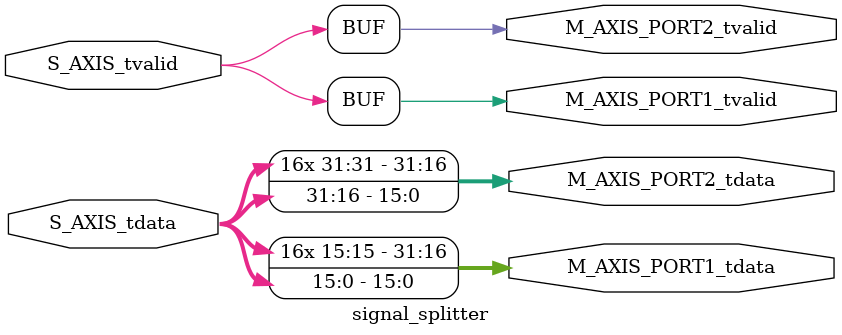
<source format=v>
module signal_splitter # 
(
    parameter ADC_DATA_WIDTH = 16,
    parameter AXIS_TDATA_WIDTH = 32
)
(
    (* X_INTERFACE_PARAMETER = "FREQ_HZ 125000000" *)
    input [AXIS_TDATA_WIDTH-1:0]        S_AXIS_tdata,
    input                               S_AXIS_tvalid,
    (* X_INTERFACE_PARAMETER = "FREQ_HZ 125000000" *)
    output wire [AXIS_TDATA_WIDTH-1:0]  M_AXIS_PORT1_tdata,
    output wire                         M_AXIS_PORT1_tvalid,
    (* X_INTERFACE_PARAMETER = "FREQ_HZ 125000000" *)
    output wire [AXIS_TDATA_WIDTH-1:0]  M_AXIS_PORT2_tdata,
    output wire                         M_AXIS_PORT2_tvalid
);
        
    assign M_AXIS_PORT1_tdata = {{(AXIS_TDATA_WIDTH-ADC_DATA_WIDTH+1){S_AXIS_tdata[ADC_DATA_WIDTH-1]}},S_AXIS_tdata[ADC_DATA_WIDTH-1:0]};
    assign M_AXIS_PORT2_tdata = {{(AXIS_TDATA_WIDTH-ADC_DATA_WIDTH+1){S_AXIS_tdata[AXIS_TDATA_WIDTH-1]}},S_AXIS_tdata[AXIS_TDATA_WIDTH-1:ADC_DATA_WIDTH]};
    assign M_AXIS_PORT1_tvalid = S_AXIS_tvalid;
    assign M_AXIS_PORT2_tvalid = S_AXIS_tvalid;

endmodule
</source>
